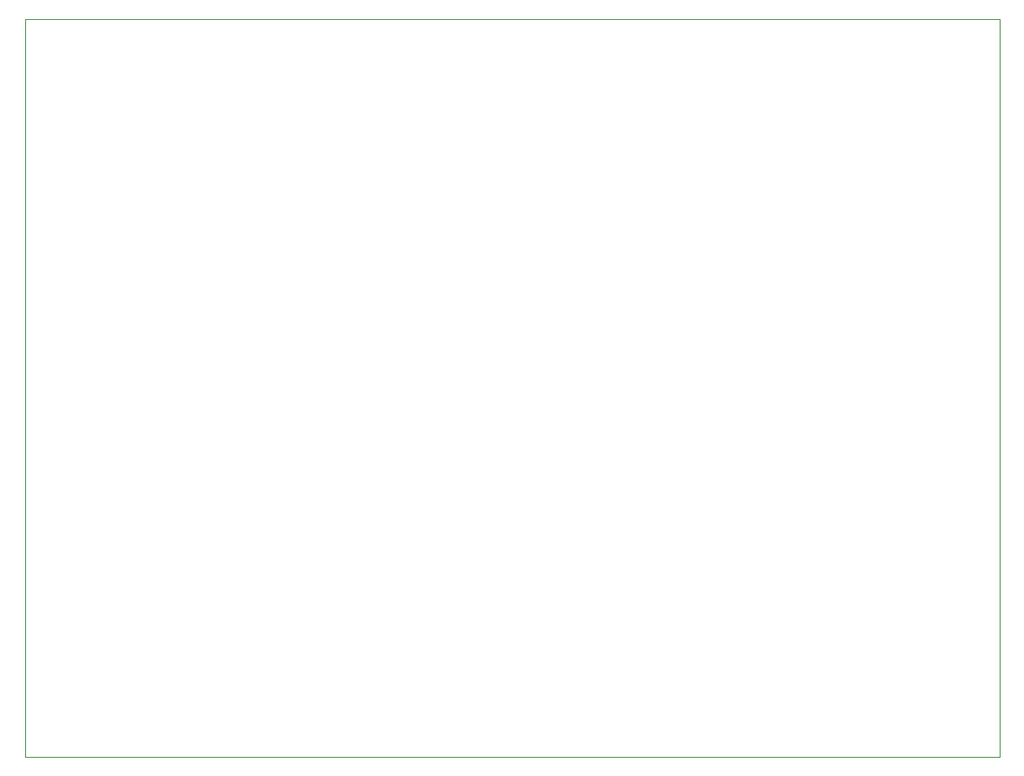
<source format=gbr>
G04 (created by PCBNEW (2013-jul-07)-stable) date 2015年02月11日 19時07分56秒*
%MOIN*%
G04 Gerber Fmt 3.4, Leading zero omitted, Abs format*
%FSLAX34Y34*%
G01*
G70*
G90*
G04 APERTURE LIST*
%ADD10C,0.006*%
%ADD11C,0.00393701*%
G04 APERTURE END LIST*
G54D10*
G54D11*
X21653Y-56692D02*
X21653Y-28346D01*
X59055Y-56692D02*
X21653Y-56692D01*
X59055Y-28346D02*
X59055Y-56692D01*
X21653Y-28346D02*
X59055Y-28346D01*
M02*

</source>
